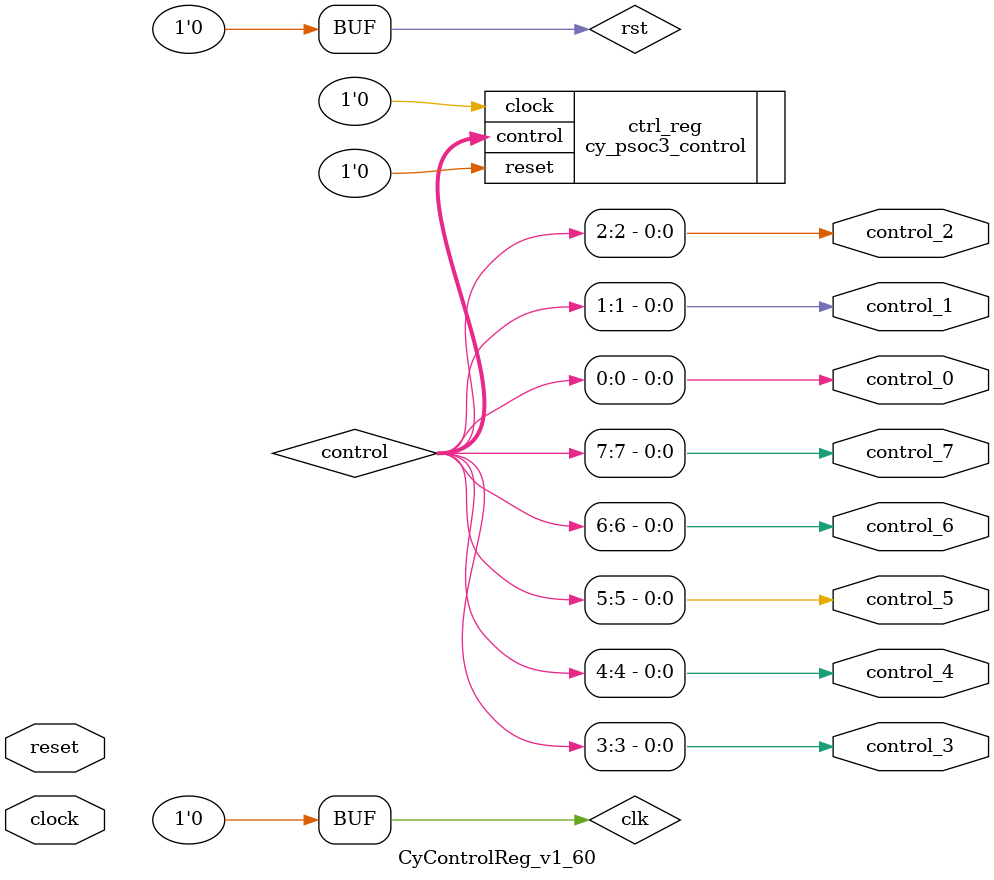
<source format=v>
/*******************************************************************************
* File Name:  CyControlReg_v1_60.v
*
* Description:
*  Verilog file for the control register. Assigns values to nets.
*
* Note:
*  
********************************************************************************
* Copyright 2008-2011, Cypress Semiconductor Corporation.  All rights reserved.
* You may use this file only in accordance with the license, terms, conditions, 
* disclaimers, and limitations in the end user license agreement accompanying 
* the software package with which this file was provided.
********************************************************************************/

`include "cypress.v"

module CyControlReg_v1_60 (
        input wire clock,
		input wire reset,
        output wire control_0,
        output wire control_1,
        output wire control_2,
        output wire control_3,
        output wire control_4,
        output wire control_5,
        output wire control_6,
        output wire control_7		
);

    parameter NumOutputs = 8;
    
    wire [7:0] control;
    assign control_0 = control[0];
    assign control_1 = control[1];
    assign control_2 = control[2];
    assign control_3 = control[3];
    assign control_4 = control[4];
    assign control_5 = control[5];
    assign control_6 = control[6];
    assign control_7 = control[7];
    
	localparam PSOC3 = 8'd1;
    localparam PSOC5 = 8'd2;
    localparam PSOC5_ES0 = 8'd0;
    localparam PSOC5_ES1 = 8'd1;
    localparam PSOC3_ES1 = 8'd0;
    localparam PSOC3_ES2 = 8'd1;
    localparam PSOC3_ES3 = 8'd2;

    parameter DeviceFamily = PSOC3; /* Device family */
    parameter SiliconRevision = 1; /* Silicon revision */

    localparam SEL_MODE_DIRECT  = 2'd0;
    localparam SEL_MODE_SYNC    = 2'd1;
    localparam SEL_MODE_PULSE   = 2'd3;
    parameter [1:0] Bit0Mode    = SEL_MODE_DIRECT;
    parameter [1:0] Bit1Mode    = SEL_MODE_DIRECT;
    parameter [1:0] Bit2Mode    = SEL_MODE_DIRECT;
    parameter [1:0] Bit3Mode    = SEL_MODE_DIRECT;
    parameter [1:0] Bit4Mode    = SEL_MODE_DIRECT;
    parameter [1:0] Bit5Mode    = SEL_MODE_DIRECT;
    parameter [1:0] Bit6Mode    = SEL_MODE_DIRECT;
    parameter [1:0] Bit7Mode    = SEL_MODE_DIRECT;
	
	localparam DEFAULT_BITVALUE = 8'b0;
	parameter [7:0] BitValue = DEFAULT_BITVALUE;
	
    localparam DEFALUT_RESET  = 1'b0;
	parameter  ExtrReset = DEFALUT_RESET;
    
    localparam ExtReset = ExtrReset;
	

	localparam [7:0] ModeMask0 = (NumOutputs == 8) ? ({Bit7Mode[0], Bit6Mode[0], Bit5Mode[0], Bit4Mode[0], Bit3Mode[0], Bit2Mode[0], Bit1Mode[0], Bit0Mode[0]}) :
				                 (NumOutputs == 7) ? ({0, Bit6Mode[0], Bit5Mode[0], Bit4Mode[0], Bit3Mode[0], Bit2Mode[0], Bit1Mode[0], Bit0Mode[0]}) :
				                 (NumOutputs == 6) ? ({0, 0, Bit5Mode[0], Bit4Mode[0], Bit3Mode[0], Bit2Mode[0], Bit1Mode[0], Bit0Mode[0]}) :
				                 (NumOutputs == 5) ? ({0, 0, 0, Bit4Mode[0], Bit3Mode[0], Bit2Mode[0], Bit1Mode[0], Bit0Mode[0]}) :
				                 (NumOutputs == 4) ? ({0, 0, 0, 0, Bit3Mode[0], Bit2Mode[0], Bit1Mode[0], Bit0Mode[0]}) :
				                 (NumOutputs == 3) ? ({0, 0, 0, 0, 0, Bit2Mode[0], Bit1Mode[0], Bit0Mode[0]}) :
				                 (NumOutputs == 2) ? ({0, 0, 0, 0, 0, 0, Bit1Mode[0], Bit0Mode[0]}) :
				                 ({0, 0, 0, 0, 0, 0, 0, Bit0Mode[0]});
				 
		 
	localparam [7:0] ModeMask1 = (NumOutputs == 8) ? ({Bit7Mode[1], Bit6Mode[1], Bit5Mode[1], Bit4Mode[1], Bit3Mode[1], Bit2Mode[1], Bit1Mode[1], Bit0Mode[1]}) :
				                 (NumOutputs == 7) ? ({0, Bit6Mode[1], Bit5Mode[1], Bit4Mode[1], Bit3Mode[1], Bit2Mode[1], Bit1Mode[1], Bit0Mode[1]}) :
				                 (NumOutputs == 6) ? ({0, 0, Bit5Mode[1], Bit4Mode[1], Bit3Mode[1], Bit2Mode[1], Bit1Mode[1], Bit0Mode[1]}) :
				                 (NumOutputs == 5) ? ({0, 0, 0, Bit4Mode[1], Bit3Mode[1], Bit2Mode[1], Bit1Mode[1], Bit0Mode[1]}) :
				                 (NumOutputs == 4) ? ({0, 0, 0, 0, Bit3Mode[1], Bit2Mode[1], Bit1Mode[1], Bit0Mode[1]}) :
				                 (NumOutputs == 3) ? ({0, 0, 0, 0, 0, Bit2Mode[1], Bit1Mode[1], Bit0Mode[1]}) :
				                 (NumOutputs == 2) ? ({0, 0, 0, 0, 0, 0, Bit1Mode[1], Bit0Mode[1]}) :
				                 ({0, 0, 0, 0, 0, 0, 0, Bit0Mode[1]});	
				
	wire clk = (ModeMask0 == 8'd0 && ModeMask1 == 8'd0) ? 1'b0 : clock;   
	wire rst = (DeviceFamily != "PSOC3" && SiliconRevision <= "2") ? 1'b0 : reset;

    localparam [7:0] bitval = (NumOutputs == 8) ? (BitValue & 8'b11111111) :
							  (NumOutputs == 7) ? (BitValue & 8'b01111111) : 
							  (NumOutputs == 6) ? (BitValue & 8'b00111111) : 
							  (NumOutputs == 5) ? (BitValue & 8'b00011111) : 
							  (NumOutputs == 4) ? (BitValue & 8'b00001111) :
							  (NumOutputs == 3) ? (BitValue & 8'b00000111) : 
						      (NumOutputs == 2) ? (BitValue & 8'b00000011) : 
							  (BitValue & 8'b00000001);                    
    
    cy_psoc3_control
        #(.cy_init_value(bitval), .cy_force_order(1), .cy_ctrl_mode_0(ModeMask0), .cy_ctrl_mode_1(ModeMask1), .cy_ext_reset(ExtReset))
        ctrl_reg(
            /* input            */  .clock(clk),				
			/* input            */  .reset(rst),
            /*  output	[07:00]	 */ .control(control)
        );

endmodule


</source>
